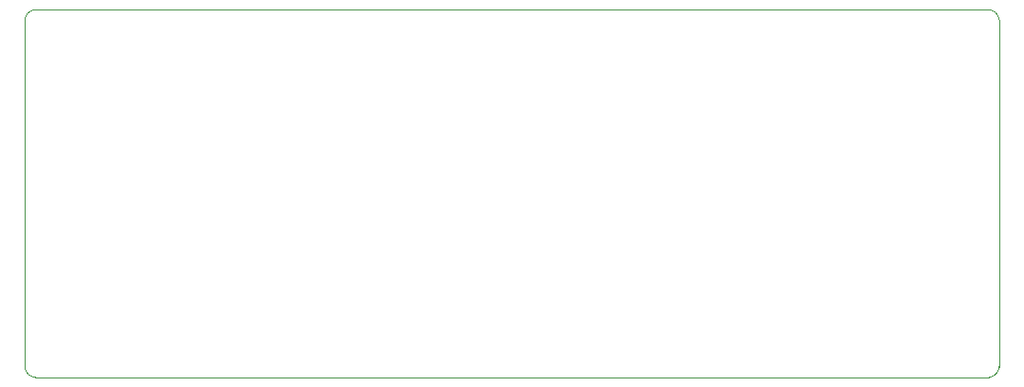
<source format=gm1>
G04 #@! TF.GenerationSoftware,KiCad,Pcbnew,7.0.0-da2b9df05c~163~ubuntu22.04.1*
G04 #@! TF.CreationDate,2023-02-25T14:43:59+01:00*
G04 #@! TF.ProjectId,power_board,706f7765-725f-4626-9f61-72642e6b6963,rev?*
G04 #@! TF.SameCoordinates,Original*
G04 #@! TF.FileFunction,Profile,NP*
%FSLAX46Y46*%
G04 Gerber Fmt 4.6, Leading zero omitted, Abs format (unit mm)*
G04 Created by KiCad (PCBNEW 7.0.0-da2b9df05c~163~ubuntu22.04.1) date 2023-02-25 14:43:59*
%MOMM*%
%LPD*%
G01*
G04 APERTURE LIST*
G04 #@! TA.AperFunction,Profile*
%ADD10C,0.100000*%
G04 #@! TD*
G04 APERTURE END LIST*
D10*
X193447947Y-84479414D02*
X193449983Y-84528251D01*
X193449983Y-84528251D02*
X193450000Y-115457018D01*
X193447946Y-84479414D02*
G75*
G03*
X192507018Y-83600000I-940947J-63686D01*
G01*
X107429414Y-83602052D02*
X107478251Y-83600016D01*
X107429414Y-83602054D02*
G75*
G03*
X106550000Y-84542982I63685J-940946D01*
G01*
X106552052Y-115520585D02*
X106550016Y-115471748D01*
X106550016Y-115471748D02*
X106550000Y-84542982D01*
X107478251Y-83600016D02*
X192507018Y-83600000D01*
X106550000Y-84542982D02*
X106550000Y-84542982D01*
X192521748Y-116399983D02*
X107492982Y-116400000D01*
X192570585Y-116397947D02*
X192521748Y-116399983D01*
X106552052Y-115520585D02*
G75*
G03*
X107492982Y-116400000I940947J63685D01*
G01*
X192570585Y-116397948D02*
G75*
G03*
X193450000Y-115457018I-63686J940948D01*
G01*
M02*

</source>
